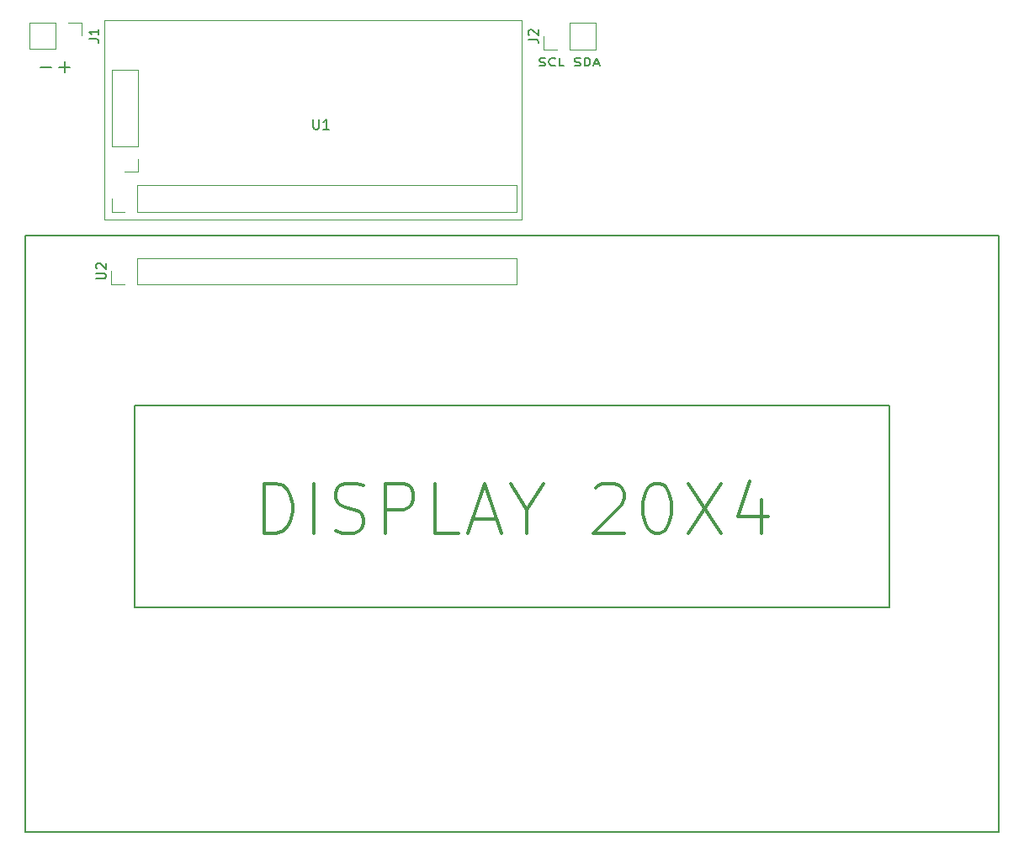
<source format=gto>
%TF.GenerationSoftware,KiCad,Pcbnew,(6.0.10)*%
%TF.CreationDate,2023-02-06T14:01:34-03:00*%
%TF.ProjectId,UserInterface_HW,55736572-496e-4746-9572-666163655f48,rev?*%
%TF.SameCoordinates,Original*%
%TF.FileFunction,Legend,Top*%
%TF.FilePolarity,Positive*%
%FSLAX46Y46*%
G04 Gerber Fmt 4.6, Leading zero omitted, Abs format (unit mm)*
G04 Created by KiCad (PCBNEW (6.0.10)) date 2023-02-06 14:01:34*
%MOMM*%
%LPD*%
G01*
G04 APERTURE LIST*
%ADD10C,0.150000*%
%ADD11C,0.300000*%
%ADD12C,0.120000*%
%ADD13R,1.700000X1.700000*%
%ADD14O,1.700000X1.700000*%
%ADD15C,7.000000*%
G04 APERTURE END LIST*
D10*
X97690200Y-80721200D02*
X173690200Y-80721200D01*
X173690200Y-80721200D02*
X173690200Y-101021200D01*
X173690200Y-101021200D02*
X97690200Y-101021200D01*
X97690200Y-101021200D02*
X97690200Y-80721200D01*
X86690200Y-63652400D02*
X184690200Y-63652400D01*
X184690200Y-63652400D02*
X184690200Y-123652400D01*
X184690200Y-123652400D02*
X86690200Y-123652400D01*
X86690200Y-123652400D02*
X86690200Y-63652400D01*
X138451009Y-46526409D02*
X138593866Y-46564504D01*
X138831961Y-46564504D01*
X138927200Y-46526409D01*
X138974819Y-46488314D01*
X139022438Y-46412123D01*
X139022438Y-46335933D01*
X138974819Y-46259742D01*
X138927200Y-46221647D01*
X138831961Y-46183552D01*
X138641485Y-46145457D01*
X138546247Y-46107361D01*
X138498628Y-46069266D01*
X138451009Y-45993076D01*
X138451009Y-45916885D01*
X138498628Y-45840695D01*
X138546247Y-45802600D01*
X138641485Y-45764504D01*
X138879580Y-45764504D01*
X139022438Y-45802600D01*
X140022438Y-46488314D02*
X139974819Y-46526409D01*
X139831961Y-46564504D01*
X139736723Y-46564504D01*
X139593866Y-46526409D01*
X139498628Y-46450219D01*
X139451009Y-46374028D01*
X139403390Y-46221647D01*
X139403390Y-46107361D01*
X139451009Y-45954980D01*
X139498628Y-45878790D01*
X139593866Y-45802600D01*
X139736723Y-45764504D01*
X139831961Y-45764504D01*
X139974819Y-45802600D01*
X140022438Y-45840695D01*
X140927200Y-46564504D02*
X140451009Y-46564504D01*
X140451009Y-45764504D01*
X141974819Y-46526409D02*
X142117676Y-46564504D01*
X142355771Y-46564504D01*
X142451009Y-46526409D01*
X142498628Y-46488314D01*
X142546247Y-46412123D01*
X142546247Y-46335933D01*
X142498628Y-46259742D01*
X142451009Y-46221647D01*
X142355771Y-46183552D01*
X142165295Y-46145457D01*
X142070057Y-46107361D01*
X142022438Y-46069266D01*
X141974819Y-45993076D01*
X141974819Y-45916885D01*
X142022438Y-45840695D01*
X142070057Y-45802600D01*
X142165295Y-45764504D01*
X142403390Y-45764504D01*
X142546247Y-45802600D01*
X142974819Y-46564504D02*
X142974819Y-45764504D01*
X143212914Y-45764504D01*
X143355771Y-45802600D01*
X143451009Y-45878790D01*
X143498628Y-45954980D01*
X143546247Y-46107361D01*
X143546247Y-46221647D01*
X143498628Y-46374028D01*
X143451009Y-46450219D01*
X143355771Y-46526409D01*
X143212914Y-46564504D01*
X142974819Y-46564504D01*
X143927200Y-46335933D02*
X144403390Y-46335933D01*
X143831961Y-46564504D02*
X144165295Y-45764504D01*
X144498628Y-46564504D01*
D11*
X110770952Y-93574904D02*
X110770952Y-88574904D01*
X111961428Y-88574904D01*
X112675714Y-88813000D01*
X113151904Y-89289190D01*
X113390000Y-89765380D01*
X113628095Y-90717761D01*
X113628095Y-91432047D01*
X113390000Y-92384428D01*
X113151904Y-92860619D01*
X112675714Y-93336809D01*
X111961428Y-93574904D01*
X110770952Y-93574904D01*
X115770952Y-93574904D02*
X115770952Y-88574904D01*
X117913809Y-93336809D02*
X118628095Y-93574904D01*
X119818571Y-93574904D01*
X120294761Y-93336809D01*
X120532857Y-93098714D01*
X120770952Y-92622523D01*
X120770952Y-92146333D01*
X120532857Y-91670142D01*
X120294761Y-91432047D01*
X119818571Y-91193952D01*
X118866190Y-90955857D01*
X118390000Y-90717761D01*
X118151904Y-90479666D01*
X117913809Y-90003476D01*
X117913809Y-89527285D01*
X118151904Y-89051095D01*
X118390000Y-88813000D01*
X118866190Y-88574904D01*
X120056666Y-88574904D01*
X120770952Y-88813000D01*
X122913809Y-93574904D02*
X122913809Y-88574904D01*
X124818571Y-88574904D01*
X125294761Y-88813000D01*
X125532857Y-89051095D01*
X125770952Y-89527285D01*
X125770952Y-90241571D01*
X125532857Y-90717761D01*
X125294761Y-90955857D01*
X124818571Y-91193952D01*
X122913809Y-91193952D01*
X130294761Y-93574904D02*
X127913809Y-93574904D01*
X127913809Y-88574904D01*
X131723333Y-92146333D02*
X134104285Y-92146333D01*
X131247142Y-93574904D02*
X132913809Y-88574904D01*
X134580476Y-93574904D01*
X137199523Y-91193952D02*
X137199523Y-93574904D01*
X135532857Y-88574904D02*
X137199523Y-91193952D01*
X138866190Y-88574904D01*
X144104285Y-89051095D02*
X144342380Y-88813000D01*
X144818571Y-88574904D01*
X146009047Y-88574904D01*
X146485238Y-88813000D01*
X146723333Y-89051095D01*
X146961428Y-89527285D01*
X146961428Y-90003476D01*
X146723333Y-90717761D01*
X143866190Y-93574904D01*
X146961428Y-93574904D01*
X150056666Y-88574904D02*
X150532857Y-88574904D01*
X151009047Y-88813000D01*
X151247142Y-89051095D01*
X151485238Y-89527285D01*
X151723333Y-90479666D01*
X151723333Y-91670142D01*
X151485238Y-92622523D01*
X151247142Y-93098714D01*
X151009047Y-93336809D01*
X150532857Y-93574904D01*
X150056666Y-93574904D01*
X149580476Y-93336809D01*
X149342380Y-93098714D01*
X149104285Y-92622523D01*
X148866190Y-91670142D01*
X148866190Y-90479666D01*
X149104285Y-89527285D01*
X149342380Y-89051095D01*
X149580476Y-88813000D01*
X150056666Y-88574904D01*
X153390000Y-88574904D02*
X156723333Y-93574904D01*
X156723333Y-88574904D02*
X153390000Y-93574904D01*
X160770952Y-90241571D02*
X160770952Y-93574904D01*
X159580476Y-88336809D02*
X158390000Y-91908238D01*
X161485238Y-91908238D01*
D10*
X91212800Y-46654257D02*
X90069942Y-46654257D01*
X90641371Y-46082828D02*
X90641371Y-47225685D01*
X89355657Y-46654257D02*
X88212800Y-46654257D01*
%TO.C,U2*%
X93812580Y-67970304D02*
X94622104Y-67970304D01*
X94717342Y-67922685D01*
X94764961Y-67875066D01*
X94812580Y-67779828D01*
X94812580Y-67589352D01*
X94764961Y-67494114D01*
X94717342Y-67446495D01*
X94622104Y-67398876D01*
X93812580Y-67398876D01*
X93907819Y-66970304D02*
X93860200Y-66922685D01*
X93812580Y-66827447D01*
X93812580Y-66589352D01*
X93860200Y-66494114D01*
X93907819Y-66446495D01*
X94003057Y-66398876D01*
X94098295Y-66398876D01*
X94241152Y-66446495D01*
X94812580Y-67017923D01*
X94812580Y-66398876D01*
%TO.C,J1*%
X93095580Y-43843533D02*
X93809866Y-43843533D01*
X93952723Y-43891152D01*
X94047961Y-43986390D01*
X94095580Y-44129247D01*
X94095580Y-44224485D01*
X94095580Y-42843533D02*
X94095580Y-43414961D01*
X94095580Y-43129247D02*
X93095580Y-43129247D01*
X93238438Y-43224485D01*
X93333676Y-43319723D01*
X93381295Y-43414961D01*
%TO.C,*%
%TO.C,U1*%
X115688095Y-51927380D02*
X115688095Y-52736904D01*
X115735714Y-52832142D01*
X115783333Y-52879761D01*
X115878571Y-52927380D01*
X116069047Y-52927380D01*
X116164285Y-52879761D01*
X116211904Y-52832142D01*
X116259523Y-52736904D01*
X116259523Y-51927380D01*
X117259523Y-52927380D02*
X116688095Y-52927380D01*
X116973809Y-52927380D02*
X116973809Y-51927380D01*
X116878571Y-52070238D01*
X116783333Y-52165476D01*
X116688095Y-52213095D01*
%TO.C,J2*%
X137322380Y-43883333D02*
X138036666Y-43883333D01*
X138179523Y-43930952D01*
X138274761Y-44026190D01*
X138322380Y-44169047D01*
X138322380Y-44264285D01*
X137417619Y-43454761D02*
X137370000Y-43407142D01*
X137322380Y-43311904D01*
X137322380Y-43073809D01*
X137370000Y-42978571D01*
X137417619Y-42930952D01*
X137512857Y-42883333D01*
X137608095Y-42883333D01*
X137750952Y-42930952D01*
X138322380Y-43502380D01*
X138322380Y-42883333D01*
%TO.C,*%
D12*
%TO.C,U2*%
X97960200Y-68538400D02*
X136120200Y-68538400D01*
X95360200Y-68538400D02*
X95360200Y-67208400D01*
X97960200Y-68538400D02*
X97960200Y-65878400D01*
X97960200Y-65878400D02*
X136120200Y-65878400D01*
X96690200Y-68538400D02*
X95360200Y-68538400D01*
X136120200Y-68538400D02*
X136120200Y-65878400D01*
%TO.C,J1*%
X91008200Y-42180200D02*
X92338200Y-42180200D01*
X89738200Y-44840200D02*
X87138200Y-44840200D01*
X87138200Y-42180200D02*
X87138200Y-44840200D01*
X92338200Y-42180200D02*
X92338200Y-43510200D01*
X89738200Y-42180200D02*
X87138200Y-42180200D01*
X89738200Y-42180200D02*
X89738200Y-44840200D01*
%TO.C,U1*%
X95385100Y-61217500D02*
X95385100Y-59887500D01*
X96715100Y-61217500D02*
X95385100Y-61217500D01*
X95385100Y-54626300D02*
X95385100Y-46946300D01*
X98045100Y-46946300D02*
X95385100Y-46946300D01*
X97985100Y-61217500D02*
X97985100Y-58557500D01*
X97985100Y-61217500D02*
X136145100Y-61217500D01*
X98045100Y-54626300D02*
X95385100Y-54626300D01*
X98045100Y-55896300D02*
X98045100Y-57226300D01*
X97985100Y-58557500D02*
X136145100Y-58557500D01*
X98045100Y-57226300D02*
X96715100Y-57226300D01*
X98045100Y-54626300D02*
X98045100Y-46946300D01*
X136145100Y-61217500D02*
X136145100Y-58557500D01*
X94654300Y-41977100D02*
X136654300Y-41977100D01*
X136654300Y-41977100D02*
X136654300Y-61977100D01*
X136654300Y-61977100D02*
X94654300Y-61977100D01*
X94654300Y-61977100D02*
X94654300Y-41977100D01*
%TO.C,J2*%
X141470000Y-42220000D02*
X144070000Y-42220000D01*
X140200000Y-44880000D02*
X138870000Y-44880000D01*
X141470000Y-44880000D02*
X144070000Y-44880000D01*
X141470000Y-44880000D02*
X141470000Y-42220000D01*
X138870000Y-44880000D02*
X138870000Y-43550000D01*
X144070000Y-44880000D02*
X144070000Y-42220000D01*
%TD*%
%LPC*%
D13*
%TO.C,U2*%
X96690200Y-67208400D03*
D14*
X99230200Y-67208400D03*
X101770200Y-67208400D03*
X104310200Y-67208400D03*
X106850200Y-67208400D03*
X109390200Y-67208400D03*
X111930200Y-67208400D03*
X114470200Y-67208400D03*
X117010200Y-67208400D03*
X119550200Y-67208400D03*
X122090200Y-67208400D03*
X124630200Y-67208400D03*
X127170200Y-67208400D03*
X129710200Y-67208400D03*
X132250200Y-67208400D03*
X134790200Y-67208400D03*
%TD*%
D13*
%TO.C,J1*%
X91008200Y-43510200D03*
D14*
X88468200Y-43510200D03*
%TD*%
D15*
%TO.C,*%
X90805000Y-73939400D03*
%TD*%
%TO.C,REF\u002A\u002A*%
X180340000Y-73939400D03*
%TD*%
D13*
%TO.C,U1*%
X96715100Y-59887500D03*
D14*
X99255100Y-59887500D03*
X101795100Y-59887500D03*
X104335100Y-59887500D03*
X106875100Y-59887500D03*
X109415100Y-59887500D03*
X111955100Y-59887500D03*
X114495100Y-59887500D03*
X117035100Y-59887500D03*
X119575100Y-59887500D03*
X122115100Y-59887500D03*
X124655100Y-59887500D03*
X127195100Y-59887500D03*
X129735100Y-59887500D03*
X132275100Y-59887500D03*
X134815100Y-59887500D03*
X96715100Y-48276300D03*
X96715100Y-50816300D03*
X96715100Y-53356300D03*
D13*
X96715100Y-55896300D03*
%TD*%
%TO.C,J2*%
X140200000Y-43550000D03*
D14*
X142740000Y-43550000D03*
%TD*%
D15*
%TO.C,*%
X180340000Y-118872000D03*
%TD*%
%TO.C,*%
X90805000Y-118872000D03*
%TD*%
M02*

</source>
